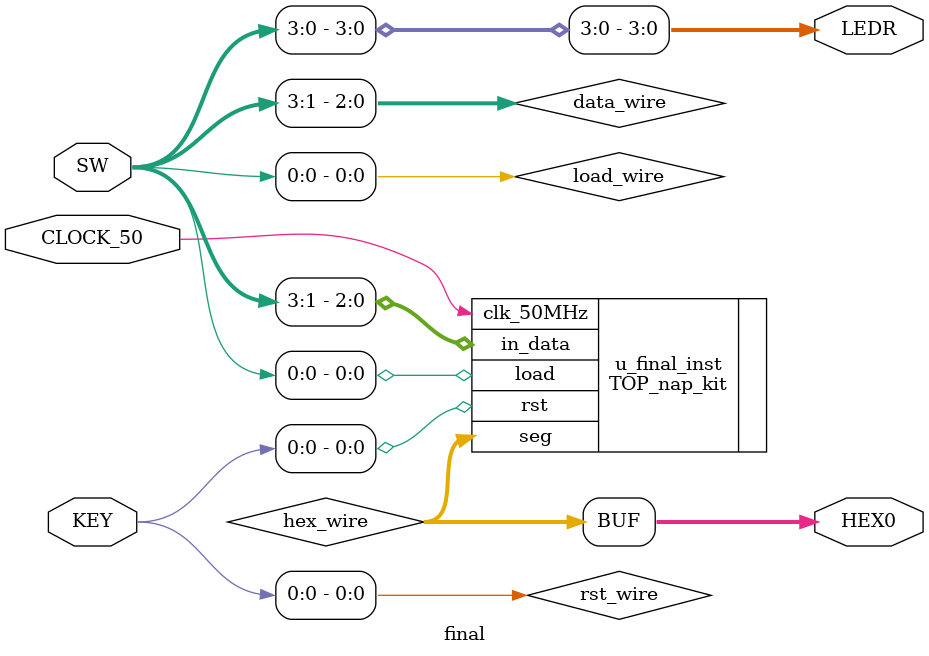
<source format=v>
module final (
    input         CLOCK_50, 
    input  [3:0]  KEY,      
    input  [17:0] SW,       
    output [6:0]  HEX0,     
    output [17:0] LEDR      
);

    wire rst_wire;
    wire load_wire;
    wire [2:0] data_wire;
    wire [6:0] hex_wire;

    assign rst_wire  = KEY[0];     
    assign load_wire = SW[0];      
    assign data_wire = SW[3:1];    
    
    assign HEX0 = hex_wire;

    assign LEDR[0]   = load_wire;
    assign LEDR[3:1] = data_wire;

    TOP_nap_kit u_final_inst (
        .clk_50MHz  (CLOCK_50), 
        .rst      (rst_wire), 
        .load  (load_wire), 
        .in_data  (data_wire), 
        .seg  (hex_wire)
    );

endmodule

</source>
